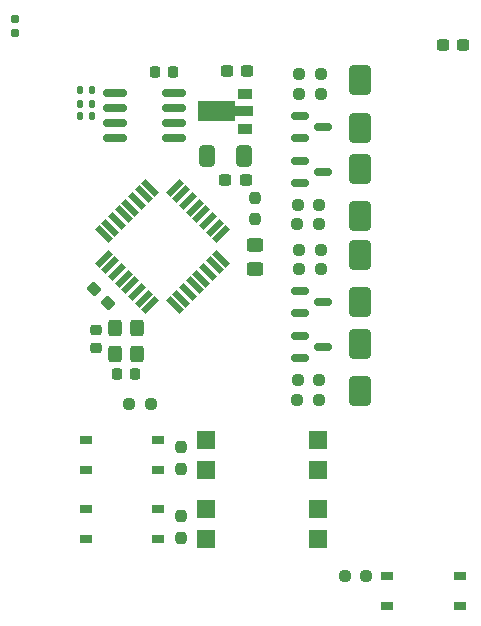
<source format=gbr>
%TF.GenerationSoftware,KiCad,Pcbnew,7.0.5*%
%TF.CreationDate,2023-08-26T13:13:14+02:00*%
%TF.ProjectId,XnetBlockUnit,586e6574-426c-46f6-936b-556e69742e6b,rev?*%
%TF.SameCoordinates,Original*%
%TF.FileFunction,Paste,Top*%
%TF.FilePolarity,Positive*%
%FSLAX46Y46*%
G04 Gerber Fmt 4.6, Leading zero omitted, Abs format (unit mm)*
G04 Created by KiCad (PCBNEW 7.0.5) date 2023-08-26 13:13:14*
%MOMM*%
%LPD*%
G01*
G04 APERTURE LIST*
G04 Aperture macros list*
%AMRoundRect*
0 Rectangle with rounded corners*
0 $1 Rounding radius*
0 $2 $3 $4 $5 $6 $7 $8 $9 X,Y pos of 4 corners*
0 Add a 4 corners polygon primitive as box body*
4,1,4,$2,$3,$4,$5,$6,$7,$8,$9,$2,$3,0*
0 Add four circle primitives for the rounded corners*
1,1,$1+$1,$2,$3*
1,1,$1+$1,$4,$5*
1,1,$1+$1,$6,$7*
1,1,$1+$1,$8,$9*
0 Add four rect primitives between the rounded corners*
20,1,$1+$1,$2,$3,$4,$5,0*
20,1,$1+$1,$4,$5,$6,$7,0*
20,1,$1+$1,$6,$7,$8,$9,0*
20,1,$1+$1,$8,$9,$2,$3,0*%
%AMRotRect*
0 Rectangle, with rotation*
0 The origin of the aperture is its center*
0 $1 length*
0 $2 width*
0 $3 Rotation angle, in degrees counterclockwise*
0 Add horizontal line*
21,1,$1,$2,0,0,$3*%
%AMFreePoly0*
4,1,9,3.862500,-0.866500,0.737500,-0.866500,0.737500,-0.450000,-0.737500,-0.450000,-0.737500,0.450000,0.737500,0.450000,0.737500,0.866500,3.862500,0.866500,3.862500,-0.866500,3.862500,-0.866500,$1*%
G04 Aperture macros list end*
%ADD10RoundRect,0.237500X-0.250000X-0.237500X0.250000X-0.237500X0.250000X0.237500X-0.250000X0.237500X0*%
%ADD11RotRect,1.600000X0.550000X45.000000*%
%ADD12RotRect,1.600000X0.550000X135.000000*%
%ADD13RoundRect,0.250000X-0.650000X1.000000X-0.650000X-1.000000X0.650000X-1.000000X0.650000X1.000000X0*%
%ADD14RoundRect,0.250000X0.650000X-1.000000X0.650000X1.000000X-0.650000X1.000000X-0.650000X-1.000000X0*%
%ADD15R,1.500000X1.500000*%
%ADD16RoundRect,0.150000X-0.587500X-0.150000X0.587500X-0.150000X0.587500X0.150000X-0.587500X0.150000X0*%
%ADD17RoundRect,0.300000X-0.300000X0.400000X-0.300000X-0.400000X0.300000X-0.400000X0.300000X0.400000X0*%
%ADD18RoundRect,0.237500X-0.300000X-0.237500X0.300000X-0.237500X0.300000X0.237500X-0.300000X0.237500X0*%
%ADD19RoundRect,0.225000X0.225000X0.250000X-0.225000X0.250000X-0.225000X-0.250000X0.225000X-0.250000X0*%
%ADD20R,1.000000X0.800000*%
%ADD21RoundRect,0.250000X0.412500X0.650000X-0.412500X0.650000X-0.412500X-0.650000X0.412500X-0.650000X0*%
%ADD22RoundRect,0.237500X0.300000X0.237500X-0.300000X0.237500X-0.300000X-0.237500X0.300000X-0.237500X0*%
%ADD23RoundRect,0.250000X0.450000X-0.325000X0.450000X0.325000X-0.450000X0.325000X-0.450000X-0.325000X0*%
%ADD24RoundRect,0.225000X0.250000X-0.225000X0.250000X0.225000X-0.250000X0.225000X-0.250000X-0.225000X0*%
%ADD25RoundRect,0.135000X-0.135000X-0.185000X0.135000X-0.185000X0.135000X0.185000X-0.135000X0.185000X0*%
%ADD26RoundRect,0.237500X0.250000X0.237500X-0.250000X0.237500X-0.250000X-0.237500X0.250000X-0.237500X0*%
%ADD27RoundRect,0.225000X-0.225000X-0.250000X0.225000X-0.250000X0.225000X0.250000X-0.225000X0.250000X0*%
%ADD28RoundRect,0.160000X-0.160000X0.197500X-0.160000X-0.197500X0.160000X-0.197500X0.160000X0.197500X0*%
%ADD29RoundRect,0.237500X0.237500X-0.250000X0.237500X0.250000X-0.237500X0.250000X-0.237500X-0.250000X0*%
%ADD30RoundRect,0.237500X-0.237500X0.250000X-0.237500X-0.250000X0.237500X-0.250000X0.237500X0.250000X0*%
%ADD31RoundRect,0.150000X-0.825000X-0.150000X0.825000X-0.150000X0.825000X0.150000X-0.825000X0.150000X0*%
%ADD32RoundRect,0.237500X-0.380070X0.044194X0.044194X-0.380070X0.380070X-0.044194X-0.044194X0.380070X0*%
%ADD33R,1.300000X0.900000*%
%ADD34FreePoly0,180.000000*%
G04 APERTURE END LIST*
D10*
%TO.C,R702*%
X71417001Y-111513000D03*
X73242001Y-111513000D03*
%TD*%
%TO.C,R101*%
X75391000Y-128143000D03*
X77216000Y-128143000D03*
%TD*%
D11*
%TO.C,U202*%
X54976897Y-101237305D03*
X55542583Y-101802990D03*
X56108268Y-102368676D03*
X56673953Y-102934361D03*
X57239639Y-103500047D03*
X57805324Y-104065732D03*
X58371010Y-104631417D03*
X58936695Y-105197103D03*
D12*
X60987305Y-105197103D03*
X61552990Y-104631417D03*
X62118676Y-104065732D03*
X62684361Y-103500047D03*
X63250047Y-102934361D03*
X63815732Y-102368676D03*
X64381417Y-101802990D03*
X64947103Y-101237305D03*
D11*
X64947103Y-99186695D03*
X64381417Y-98621010D03*
X63815732Y-98055324D03*
X63250047Y-97489639D03*
X62684361Y-96923953D03*
X62118676Y-96358268D03*
X61552990Y-95792583D03*
X60987305Y-95226897D03*
D12*
X58936695Y-95226897D03*
X58371010Y-95792583D03*
X57805324Y-96358268D03*
X57239639Y-96923953D03*
X56673953Y-97489639D03*
X56108268Y-98055324D03*
X55542583Y-98621010D03*
X54976897Y-99186695D03*
%TD*%
D13*
%TO.C,D702*%
X76647500Y-108465000D03*
X76647500Y-112465000D03*
%TD*%
D14*
%TO.C,D701*%
X76647500Y-104940000D03*
X76647500Y-100940000D03*
%TD*%
D15*
%TO.C,U601*%
X63621000Y-122437000D03*
X63621000Y-124977000D03*
X73121000Y-124977000D03*
X73121000Y-122437000D03*
%TD*%
D16*
%TO.C,Q701*%
X71646000Y-103959000D03*
X71646000Y-105859000D03*
X73521000Y-104909000D03*
%TD*%
D10*
%TO.C,R804*%
X71393500Y-98336000D03*
X73218500Y-98336000D03*
%TD*%
D17*
%TO.C,Y201*%
X55903000Y-107156000D03*
X55903000Y-109356000D03*
X57803000Y-109356000D03*
X57803000Y-107156000D03*
%TD*%
D18*
%TO.C,C102*%
X83719500Y-83185000D03*
X85444500Y-83185000D03*
%TD*%
D19*
%TO.C,C301*%
X60864000Y-85480000D03*
X59314000Y-85480000D03*
%TD*%
D20*
%TO.C,D101*%
X85117000Y-130683000D03*
X85117000Y-128143000D03*
X78967000Y-128143000D03*
X78967000Y-130683000D03*
%TD*%
D21*
%TO.C,C403*%
X66897500Y-92591000D03*
X63772500Y-92591000D03*
%TD*%
D22*
%TO.C,C401*%
X67125000Y-85352000D03*
X65400000Y-85352000D03*
%TD*%
D10*
%TO.C,R102*%
X57126500Y-113538000D03*
X58951500Y-113538000D03*
%TD*%
D23*
%TO.C,D201*%
X67818000Y-102117000D03*
X67818000Y-100067000D03*
%TD*%
D24*
%TO.C,C201*%
X54325000Y-108822000D03*
X54325000Y-107272000D03*
%TD*%
D25*
%TO.C,R303*%
X52957000Y-86995000D03*
X53977000Y-86995000D03*
%TD*%
D10*
%TO.C,R701*%
X71544000Y-102115001D03*
X73369000Y-102115001D03*
%TD*%
D26*
%TO.C,R801*%
X73369000Y-87319000D03*
X71544000Y-87319000D03*
%TD*%
%TO.C,R803*%
X73369000Y-85636000D03*
X71544000Y-85636000D03*
%TD*%
D10*
%TO.C,R802*%
X71417000Y-96717000D03*
X73242000Y-96717000D03*
%TD*%
D27*
%TO.C,C203*%
X56090000Y-110968000D03*
X57640000Y-110968000D03*
%TD*%
D25*
%TO.C,R302*%
X52957000Y-88138000D03*
X53977000Y-88138000D03*
%TD*%
D28*
%TO.C,R202*%
X47498000Y-80958000D03*
X47498000Y-82153000D03*
%TD*%
D29*
%TO.C,R501*%
X61513000Y-119031500D03*
X61513000Y-117206500D03*
%TD*%
D14*
%TO.C,D801*%
X76647500Y-90144000D03*
X76647500Y-86144000D03*
%TD*%
D30*
%TO.C,R201*%
X67818000Y-96092000D03*
X67818000Y-97917000D03*
%TD*%
D31*
%TO.C,U301*%
X55963000Y-87258000D03*
X55963000Y-88528000D03*
X55963000Y-89798000D03*
X55963000Y-91068000D03*
X60913000Y-91068000D03*
X60913000Y-89798000D03*
X60913000Y-88528000D03*
X60913000Y-87258000D03*
%TD*%
D20*
%TO.C,D501*%
X59608000Y-119135000D03*
X59608000Y-116595000D03*
X53458000Y-116595000D03*
X53458000Y-119135000D03*
%TD*%
D16*
%TO.C,Q801*%
X71646000Y-89163000D03*
X71646000Y-91063000D03*
X73521000Y-90113000D03*
%TD*%
D32*
%TO.C,C202*%
X54152240Y-103809240D03*
X55372000Y-105029000D03*
%TD*%
D10*
%TO.C,R704*%
X71393500Y-113195000D03*
X73218500Y-113195000D03*
%TD*%
D29*
%TO.C,R601*%
X61513000Y-124873500D03*
X61513000Y-123048500D03*
%TD*%
D22*
%TO.C,C402*%
X67024500Y-94623000D03*
X65299500Y-94623000D03*
%TD*%
D16*
%TO.C,Q802*%
X71646000Y-92973000D03*
X71646000Y-94873000D03*
X73521000Y-93923000D03*
%TD*%
D10*
%TO.C,R703*%
X71544000Y-100495000D03*
X73369000Y-100495000D03*
%TD*%
D13*
%TO.C,D802*%
X76647500Y-93669000D03*
X76647500Y-97669000D03*
%TD*%
D20*
%TO.C,D601*%
X59608000Y-124977000D03*
X59608000Y-122437000D03*
X53458000Y-122437000D03*
X53458000Y-124977000D03*
%TD*%
D16*
%TO.C,Q702*%
X71646001Y-107769000D03*
X71646001Y-109669000D03*
X73521001Y-108719000D03*
%TD*%
D15*
%TO.C,U501*%
X63621000Y-116595000D03*
X63621000Y-119135000D03*
X73121000Y-119135000D03*
X73121000Y-116595000D03*
%TD*%
D25*
%TO.C,R301*%
X52955000Y-89154000D03*
X53975000Y-89154000D03*
%TD*%
D33*
%TO.C,U401*%
X66992000Y-90282000D03*
D34*
X66904500Y-88782000D03*
D33*
X66992000Y-87282000D03*
%TD*%
M02*

</source>
